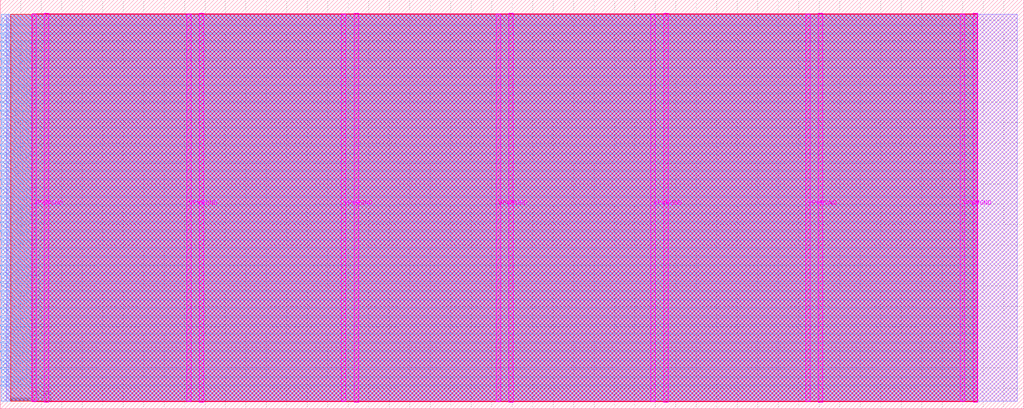
<source format=lef>
VERSION 5.7 ;
  NOWIREEXTENSIONATPIN ON ;
  DIVIDERCHAR "/" ;
  BUSBITCHARS "[]" ;
MACRO tiny_wrapper
  CLASS BLOCK ;
  FOREIGN tiny_wrapper ;
  ORIGIN 0.000 0.000 ;
  SIZE 500.000 BY 200.000 ;
  PIN VGND
    DIRECTION INOUT ;
    USE GROUND ;
    PORT
      LAYER TopMetal1 ;
        RECT 21.580 3.150 23.780 193.410 ;
    END
    PORT
      LAYER TopMetal1 ;
        RECT 97.180 3.150 99.380 193.410 ;
    END
    PORT
      LAYER TopMetal1 ;
        RECT 172.780 3.150 174.980 193.410 ;
    END
    PORT
      LAYER TopMetal1 ;
        RECT 248.380 3.150 250.580 193.410 ;
    END
    PORT
      LAYER TopMetal1 ;
        RECT 323.980 3.150 326.180 193.410 ;
    END
    PORT
      LAYER TopMetal1 ;
        RECT 399.580 3.150 401.780 193.410 ;
    END
    PORT
      LAYER TopMetal1 ;
        RECT 475.180 3.150 477.380 193.410 ;
    END
  END VGND
  PIN VPWR
    DIRECTION INOUT ;
    USE POWER ;
    PORT
      LAYER TopMetal1 ;
        RECT 15.380 3.560 17.580 193.000 ;
    END
    PORT
      LAYER TopMetal1 ;
        RECT 90.980 3.560 93.180 193.000 ;
    END
    PORT
      LAYER TopMetal1 ;
        RECT 166.580 3.560 168.780 193.000 ;
    END
    PORT
      LAYER TopMetal1 ;
        RECT 242.180 3.560 244.380 193.000 ;
    END
    PORT
      LAYER TopMetal1 ;
        RECT 317.780 3.560 319.980 193.000 ;
    END
    PORT
      LAYER TopMetal1 ;
        RECT 393.380 3.560 395.580 193.000 ;
    END
    PORT
      LAYER TopMetal1 ;
        RECT 468.980 3.560 471.180 193.000 ;
    END
  END VPWR
  PIN clk
    DIRECTION INPUT ;
    USE SIGNAL ;
    ANTENNAGATEAREA 0.725400 ;
    PORT
      LAYER Metal3 ;
        RECT 0.000 183.340 0.400 183.740 ;
    END
  END clk
  PIN ena
    DIRECTION INPUT ;
    USE SIGNAL ;
    ANTENNAGATEAREA 0.213200 ;
    PORT
      LAYER Metal3 ;
        RECT 0.000 179.140 0.400 179.540 ;
    END
  END ena
  PIN rst_n
    DIRECTION INPUT ;
    USE SIGNAL ;
    ANTENNAGATEAREA 0.213200 ;
    PORT
      LAYER Metal3 ;
        RECT 0.000 187.540 0.400 187.940 ;
    END
  END rst_n
  PIN ui_in[0]
    DIRECTION INPUT ;
    USE SIGNAL ;
    ANTENNAGATEAREA 0.180700 ;
    PORT
      LAYER Metal3 ;
        RECT 0.000 111.940 0.400 112.340 ;
    END
  END ui_in[0]
  PIN ui_in[1]
    DIRECTION INPUT ;
    USE SIGNAL ;
    PORT
      LAYER Metal3 ;
        RECT 0.000 116.140 0.400 116.540 ;
    END
  END ui_in[1]
  PIN ui_in[2]
    DIRECTION INPUT ;
    USE SIGNAL ;
    PORT
      LAYER Metal3 ;
        RECT 0.000 120.340 0.400 120.740 ;
    END
  END ui_in[2]
  PIN ui_in[3]
    DIRECTION INPUT ;
    USE SIGNAL ;
    PORT
      LAYER Metal3 ;
        RECT 0.000 124.540 0.400 124.940 ;
    END
  END ui_in[3]
  PIN ui_in[4]
    DIRECTION INPUT ;
    USE SIGNAL ;
    PORT
      LAYER Metal3 ;
        RECT 0.000 128.740 0.400 129.140 ;
    END
  END ui_in[4]
  PIN ui_in[5]
    DIRECTION INPUT ;
    USE SIGNAL ;
    PORT
      LAYER Metal3 ;
        RECT 0.000 132.940 0.400 133.340 ;
    END
  END ui_in[5]
  PIN ui_in[6]
    DIRECTION INPUT ;
    USE SIGNAL ;
    PORT
      LAYER Metal3 ;
        RECT 0.000 137.140 0.400 137.540 ;
    END
  END ui_in[6]
  PIN ui_in[7]
    DIRECTION INPUT ;
    USE SIGNAL ;
    PORT
      LAYER Metal3 ;
        RECT 0.000 141.340 0.400 141.740 ;
    END
  END ui_in[7]
  PIN uio_in[0]
    DIRECTION INPUT ;
    USE SIGNAL ;
    PORT
      LAYER Metal3 ;
        RECT 0.000 145.540 0.400 145.940 ;
    END
  END uio_in[0]
  PIN uio_in[1]
    DIRECTION INPUT ;
    USE SIGNAL ;
    PORT
      LAYER Metal3 ;
        RECT 0.000 149.740 0.400 150.140 ;
    END
  END uio_in[1]
  PIN uio_in[2]
    DIRECTION INPUT ;
    USE SIGNAL ;
    PORT
      LAYER Metal3 ;
        RECT 0.000 153.940 0.400 154.340 ;
    END
  END uio_in[2]
  PIN uio_in[3]
    DIRECTION INPUT ;
    USE SIGNAL ;
    PORT
      LAYER Metal3 ;
        RECT 0.000 158.140 0.400 158.540 ;
    END
  END uio_in[3]
  PIN uio_in[4]
    DIRECTION INPUT ;
    USE SIGNAL ;
    PORT
      LAYER Metal3 ;
        RECT 0.000 162.340 0.400 162.740 ;
    END
  END uio_in[4]
  PIN uio_in[5]
    DIRECTION INPUT ;
    USE SIGNAL ;
    PORT
      LAYER Metal3 ;
        RECT 0.000 166.540 0.400 166.940 ;
    END
  END uio_in[5]
  PIN uio_in[6]
    DIRECTION INPUT ;
    USE SIGNAL ;
    PORT
      LAYER Metal3 ;
        RECT 0.000 170.740 0.400 171.140 ;
    END
  END uio_in[6]
  PIN uio_in[7]
    DIRECTION INPUT ;
    USE SIGNAL ;
    PORT
      LAYER Metal3 ;
        RECT 0.000 174.940 0.400 175.340 ;
    END
  END uio_in[7]
  PIN uio_oe[0]
    DIRECTION OUTPUT ;
    USE SIGNAL ;
    ANTENNADIFFAREA 0.708600 ;
    PORT
      LAYER Metal3 ;
        RECT 0.000 78.340 0.400 78.740 ;
    END
  END uio_oe[0]
  PIN uio_oe[1]
    DIRECTION OUTPUT ;
    USE SIGNAL ;
    ANTENNADIFFAREA 0.708600 ;
    PORT
      LAYER Metal3 ;
        RECT 0.000 82.540 0.400 82.940 ;
    END
  END uio_oe[1]
  PIN uio_oe[2]
    DIRECTION OUTPUT ;
    USE SIGNAL ;
    ANTENNADIFFAREA 0.708600 ;
    PORT
      LAYER Metal3 ;
        RECT 0.000 86.740 0.400 87.140 ;
    END
  END uio_oe[2]
  PIN uio_oe[3]
    DIRECTION OUTPUT ;
    USE SIGNAL ;
    ANTENNADIFFAREA 0.708600 ;
    PORT
      LAYER Metal3 ;
        RECT 0.000 90.940 0.400 91.340 ;
    END
  END uio_oe[3]
  PIN uio_oe[4]
    DIRECTION OUTPUT ;
    USE SIGNAL ;
    ANTENNADIFFAREA 0.708600 ;
    PORT
      LAYER Metal3 ;
        RECT 0.000 95.140 0.400 95.540 ;
    END
  END uio_oe[4]
  PIN uio_oe[5]
    DIRECTION OUTPUT ;
    USE SIGNAL ;
    ANTENNADIFFAREA 0.708600 ;
    PORT
      LAYER Metal3 ;
        RECT 0.000 99.340 0.400 99.740 ;
    END
  END uio_oe[5]
  PIN uio_oe[6]
    DIRECTION OUTPUT ;
    USE SIGNAL ;
    ANTENNADIFFAREA 0.708600 ;
    PORT
      LAYER Metal3 ;
        RECT 0.000 103.540 0.400 103.940 ;
    END
  END uio_oe[6]
  PIN uio_oe[7]
    DIRECTION OUTPUT ;
    USE SIGNAL ;
    ANTENNADIFFAREA 0.708600 ;
    PORT
      LAYER Metal3 ;
        RECT 0.000 107.740 0.400 108.140 ;
    END
  END uio_oe[7]
  PIN uio_out[0]
    DIRECTION OUTPUT ;
    USE SIGNAL ;
    ANTENNADIFFAREA 0.299200 ;
    PORT
      LAYER Metal3 ;
        RECT 0.000 44.740 0.400 45.140 ;
    END
  END uio_out[0]
  PIN uio_out[1]
    DIRECTION OUTPUT ;
    USE SIGNAL ;
    ANTENNADIFFAREA 0.299200 ;
    PORT
      LAYER Metal3 ;
        RECT 0.000 48.940 0.400 49.340 ;
    END
  END uio_out[1]
  PIN uio_out[2]
    DIRECTION OUTPUT ;
    USE SIGNAL ;
    ANTENNADIFFAREA 0.299200 ;
    PORT
      LAYER Metal3 ;
        RECT 0.000 53.140 0.400 53.540 ;
    END
  END uio_out[2]
  PIN uio_out[3]
    DIRECTION OUTPUT ;
    USE SIGNAL ;
    ANTENNADIFFAREA 0.299200 ;
    PORT
      LAYER Metal3 ;
        RECT 0.000 57.340 0.400 57.740 ;
    END
  END uio_out[3]
  PIN uio_out[4]
    DIRECTION OUTPUT ;
    USE SIGNAL ;
    ANTENNADIFFAREA 0.299200 ;
    PORT
      LAYER Metal3 ;
        RECT 0.000 61.540 0.400 61.940 ;
    END
  END uio_out[4]
  PIN uio_out[5]
    DIRECTION OUTPUT ;
    USE SIGNAL ;
    ANTENNADIFFAREA 0.299200 ;
    PORT
      LAYER Metal3 ;
        RECT 0.000 65.740 0.400 66.140 ;
    END
  END uio_out[5]
  PIN uio_out[6]
    DIRECTION OUTPUT ;
    USE SIGNAL ;
    ANTENNADIFFAREA 0.299200 ;
    PORT
      LAYER Metal3 ;
        RECT 0.000 69.940 0.400 70.340 ;
    END
  END uio_out[6]
  PIN uio_out[7]
    DIRECTION OUTPUT ;
    USE SIGNAL ;
    ANTENNADIFFAREA 0.299200 ;
    PORT
      LAYER Metal3 ;
        RECT 0.000 74.140 0.400 74.540 ;
    END
  END uio_out[7]
  PIN uo_out[0]
    DIRECTION OUTPUT ;
    USE SIGNAL ;
    ANTENNADIFFAREA 0.708600 ;
    PORT
      LAYER Metal3 ;
        RECT 0.000 11.140 0.400 11.540 ;
    END
  END uo_out[0]
  PIN uo_out[1]
    DIRECTION OUTPUT ;
    USE SIGNAL ;
    ANTENNADIFFAREA 0.708600 ;
    PORT
      LAYER Metal3 ;
        RECT 0.000 15.340 0.400 15.740 ;
    END
  END uo_out[1]
  PIN uo_out[2]
    DIRECTION OUTPUT ;
    USE SIGNAL ;
    ANTENNADIFFAREA 0.708600 ;
    PORT
      LAYER Metal3 ;
        RECT 0.000 19.540 0.400 19.940 ;
    END
  END uo_out[2]
  PIN uo_out[3]
    DIRECTION OUTPUT ;
    USE SIGNAL ;
    ANTENNADIFFAREA 0.708600 ;
    PORT
      LAYER Metal3 ;
        RECT 0.000 23.740 0.400 24.140 ;
    END
  END uo_out[3]
  PIN uo_out[4]
    DIRECTION OUTPUT ;
    USE SIGNAL ;
    ANTENNADIFFAREA 0.299200 ;
    PORT
      LAYER Metal3 ;
        RECT 0.000 27.940 0.400 28.340 ;
    END
  END uo_out[4]
  PIN uo_out[5]
    DIRECTION OUTPUT ;
    USE SIGNAL ;
    ANTENNADIFFAREA 0.299200 ;
    PORT
      LAYER Metal3 ;
        RECT 0.000 32.140 0.400 32.540 ;
    END
  END uo_out[5]
  PIN uo_out[6]
    DIRECTION OUTPUT ;
    USE SIGNAL ;
    ANTENNADIFFAREA 0.299200 ;
    PORT
      LAYER Metal3 ;
        RECT 0.000 36.340 0.400 36.740 ;
    END
  END uo_out[6]
  PIN uo_out[7]
    DIRECTION OUTPUT ;
    USE SIGNAL ;
    ANTENNADIFFAREA 0.299200 ;
    PORT
      LAYER Metal3 ;
        RECT 0.000 40.540 0.400 40.940 ;
    END
  END uo_out[7]
  OBS
      LAYER GatPoly ;
        RECT 2.880 3.630 496.800 192.930 ;
      LAYER Metal1 ;
        RECT 2.880 3.560 496.800 193.000 ;
      LAYER Metal2 ;
        RECT 0.375 3.635 477.200 192.925 ;
      LAYER Metal3 ;
        RECT 0.380 188.150 477.245 192.880 ;
        RECT 0.610 187.330 477.245 188.150 ;
        RECT 0.380 183.950 477.245 187.330 ;
        RECT 0.610 183.130 477.245 183.950 ;
        RECT 0.380 179.750 477.245 183.130 ;
        RECT 0.610 178.930 477.245 179.750 ;
        RECT 0.380 175.550 477.245 178.930 ;
        RECT 0.610 174.730 477.245 175.550 ;
        RECT 0.380 171.350 477.245 174.730 ;
        RECT 0.610 170.530 477.245 171.350 ;
        RECT 0.380 167.150 477.245 170.530 ;
        RECT 0.610 166.330 477.245 167.150 ;
        RECT 0.380 162.950 477.245 166.330 ;
        RECT 0.610 162.130 477.245 162.950 ;
        RECT 0.380 158.750 477.245 162.130 ;
        RECT 0.610 157.930 477.245 158.750 ;
        RECT 0.380 154.550 477.245 157.930 ;
        RECT 0.610 153.730 477.245 154.550 ;
        RECT 0.380 150.350 477.245 153.730 ;
        RECT 0.610 149.530 477.245 150.350 ;
        RECT 0.380 146.150 477.245 149.530 ;
        RECT 0.610 145.330 477.245 146.150 ;
        RECT 0.380 141.950 477.245 145.330 ;
        RECT 0.610 141.130 477.245 141.950 ;
        RECT 0.380 137.750 477.245 141.130 ;
        RECT 0.610 136.930 477.245 137.750 ;
        RECT 0.380 133.550 477.245 136.930 ;
        RECT 0.610 132.730 477.245 133.550 ;
        RECT 0.380 129.350 477.245 132.730 ;
        RECT 0.610 128.530 477.245 129.350 ;
        RECT 0.380 125.150 477.245 128.530 ;
        RECT 0.610 124.330 477.245 125.150 ;
        RECT 0.380 120.950 477.245 124.330 ;
        RECT 0.610 120.130 477.245 120.950 ;
        RECT 0.380 116.750 477.245 120.130 ;
        RECT 0.610 115.930 477.245 116.750 ;
        RECT 0.380 112.550 477.245 115.930 ;
        RECT 0.610 111.730 477.245 112.550 ;
        RECT 0.380 108.350 477.245 111.730 ;
        RECT 0.610 107.530 477.245 108.350 ;
        RECT 0.380 104.150 477.245 107.530 ;
        RECT 0.610 103.330 477.245 104.150 ;
        RECT 0.380 99.950 477.245 103.330 ;
        RECT 0.610 99.130 477.245 99.950 ;
        RECT 0.380 95.750 477.245 99.130 ;
        RECT 0.610 94.930 477.245 95.750 ;
        RECT 0.380 91.550 477.245 94.930 ;
        RECT 0.610 90.730 477.245 91.550 ;
        RECT 0.380 87.350 477.245 90.730 ;
        RECT 0.610 86.530 477.245 87.350 ;
        RECT 0.380 83.150 477.245 86.530 ;
        RECT 0.610 82.330 477.245 83.150 ;
        RECT 0.380 78.950 477.245 82.330 ;
        RECT 0.610 78.130 477.245 78.950 ;
        RECT 0.380 74.750 477.245 78.130 ;
        RECT 0.610 73.930 477.245 74.750 ;
        RECT 0.380 70.550 477.245 73.930 ;
        RECT 0.610 69.730 477.245 70.550 ;
        RECT 0.380 66.350 477.245 69.730 ;
        RECT 0.610 65.530 477.245 66.350 ;
        RECT 0.380 62.150 477.245 65.530 ;
        RECT 0.610 61.330 477.245 62.150 ;
        RECT 0.380 57.950 477.245 61.330 ;
        RECT 0.610 57.130 477.245 57.950 ;
        RECT 0.380 53.750 477.245 57.130 ;
        RECT 0.610 52.930 477.245 53.750 ;
        RECT 0.380 49.550 477.245 52.930 ;
        RECT 0.610 48.730 477.245 49.550 ;
        RECT 0.380 45.350 477.245 48.730 ;
        RECT 0.610 44.530 477.245 45.350 ;
        RECT 0.380 41.150 477.245 44.530 ;
        RECT 0.610 40.330 477.245 41.150 ;
        RECT 0.380 36.950 477.245 40.330 ;
        RECT 0.610 36.130 477.245 36.950 ;
        RECT 0.380 32.750 477.245 36.130 ;
        RECT 0.610 31.930 477.245 32.750 ;
        RECT 0.380 28.550 477.245 31.930 ;
        RECT 0.610 27.730 477.245 28.550 ;
        RECT 0.380 24.350 477.245 27.730 ;
        RECT 0.610 23.530 477.245 24.350 ;
        RECT 0.380 20.150 477.245 23.530 ;
        RECT 0.610 19.330 477.245 20.150 ;
        RECT 0.380 15.950 477.245 19.330 ;
        RECT 0.610 15.130 477.245 15.950 ;
        RECT 0.380 11.750 477.245 15.130 ;
        RECT 0.610 10.930 477.245 11.750 ;
        RECT 0.380 3.680 477.245 10.930 ;
      LAYER Metal4 ;
        RECT 5.180 3.635 477.200 192.925 ;
      LAYER Metal5 ;
        RECT 15.515 3.470 477.245 193.090 ;
  END
END tiny_wrapper
END LIBRARY


</source>
